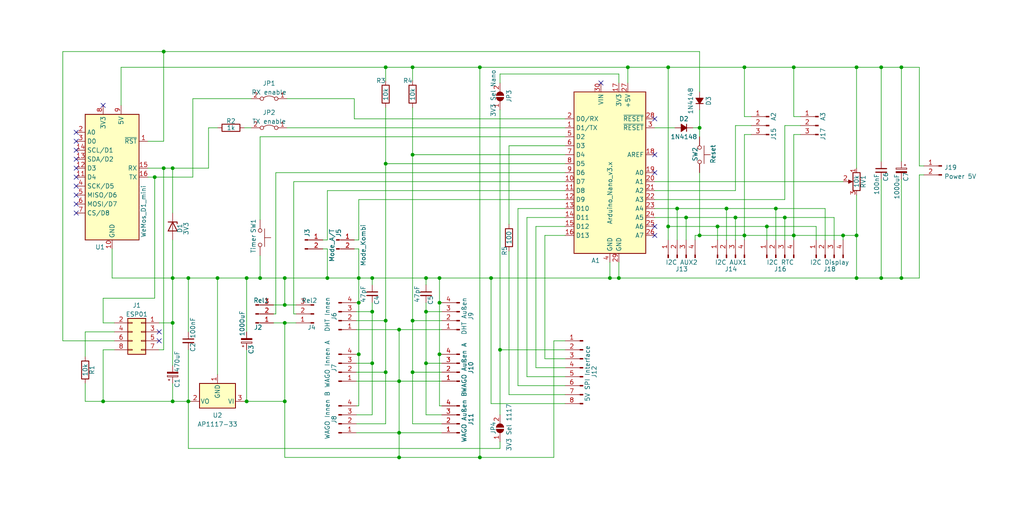
<source format=kicad_sch>
(kicad_sch (version 20211123) (generator eeschema)
  (paper "User" 289.992 145.009)
  (title_block (title "Arduino Nano Universal Board") (date "2022-09-04") (rev "1.6") (company "PULSE"))
  (lib_symbols
    (symbol "Connector:Conn_01x02_Male" (pin_names (offset 1.016) hide)
      (property "Reference" "J" (at 0 2.54 0))
      (property "Value" "Conn_01x02_Male" (at 0 -5.08 0))
      (symbol "Conn_01x02_Male_1_1"
        (polyline (pts (xy 1.27 -2.54) (xy 0.8636 -2.54)) (stroke (width 0.1524)))
        (polyline (pts (xy 1.27 0) (xy 0.8636 0)) (stroke (width 0.1524)))
        (rectangle (start 0.8636 -2.413) (end 0 -2.667) (stroke (width 0.1524)) (fill (type outline)))
        (rectangle (start 0.8636 0.127) (end 0 -0.127) (stroke (width 0.1524)) (fill (type outline)))
        (pin passive line (at 5.08 0 180) (length 3.81) (name "Pin_1") (number "1"))
        (pin passive line (at 5.08 -2.54 180) (length 3.81) (name "Pin_2") (number "2"))
      )
    )
    (symbol "Connector:Conn_01x03_Male" (pin_names (offset 1.016) hide)
      (property "Reference" "J" (at 0 5.08 0))
      (property "Value" "Conn_01x03_Male" (at 0 -5.08 0))
      (symbol "Conn_01x03_Male_1_1"
        (polyline (pts (xy 1.27 -2.54) (xy 0.8636 -2.54)) (stroke (width 0.1524)))
        (polyline (pts (xy 1.27 0) (xy 0.8636 0)) (stroke (width 0.1524)))
        (polyline (pts (xy 1.27 2.54) (xy 0.8636 2.54)) (stroke (width 0.1524)))
        (rectangle (start 0.8636 -2.413) (end 0 -2.667) (stroke (width 0.1524)) (fill (type outline)))
        (rectangle (start 0.8636 0.127) (end 0 -0.127) (stroke (width 0.1524)) (fill (type outline)))
        (rectangle (start 0.8636 2.667) (end 0 2.413) (stroke (width 0.1524)) (fill (type outline)))
        (pin passive line (at 5.08 2.54 180) (length 3.81) (name "Pin_1") (number "1"))
        (pin passive line (at 5.08 0 180) (length 3.81) (name "Pin_2") (number "2"))
        (pin passive line (at 5.08 -2.54 180) (length 3.81) (name "Pin_3") (number "3"))
      )
    )
    (symbol "Connector:Conn_01x04_Male" (pin_names (offset 1.016) hide)
      (property "Reference" "J" (at 0 5.08 0))
      (property "Value" "Conn_01x04_Male" (at 0 -7.62 0))
      (symbol "Conn_01x04_Male_1_1"
        (polyline (pts (xy 1.27 -5.08) (xy 0.8636 -5.08)) (stroke (width 0.1524)))
        (polyline (pts (xy 1.27 -2.54) (xy 0.8636 -2.54)) (stroke (width 0.1524)))
        (polyline (pts (xy 1.27 0) (xy 0.8636 0)) (stroke (width 0.1524)))
        (polyline (pts (xy 1.27 2.54) (xy 0.8636 2.54)) (stroke (width 0.1524)))
        (rectangle (start 0.8636 -4.953) (end 0 -5.207) (stroke (width 0.1524)) (fill (type outline)))
        (rectangle (start 0.8636 -2.413) (end 0 -2.667) (stroke (width 0.1524)) (fill (type outline)))
        (rectangle (start 0.8636 0.127) (end 0 -0.127) (stroke (width 0.1524)) (fill (type outline)))
        (rectangle (start 0.8636 2.667) (end 0 2.413) (stroke (width 0.1524)) (fill (type outline)))
        (pin passive line (at 5.08 2.54 180) (length 3.81) (name "Pin_1") (number "1"))
        (pin passive line (at 5.08 0 180) (length 3.81) (name "Pin_2") (number "2"))
        (pin passive line (at 5.08 -2.54 180) (length 3.81) (name "Pin_3") (number "3"))
        (pin passive line (at 5.08 -5.08 180) (length 3.81) (name "Pin_4") (number "4"))
      )
    )
    (symbol "Connector:Conn_01x08_Male" (pin_names (offset 1.016) hide)
      (property "Reference" "J" (at 0 10.16 0))
      (property "Value" "Conn_01x08_Male" (at 0 -12.7 0))
      (symbol "Conn_01x08_Male_1_1"
        (polyline (pts (xy 1.27 -10.16) (xy 0.8636 -10.16)) (stroke (width 0.1524)))
        (polyline (pts (xy 1.27 -7.62) (xy 0.8636 -7.62)) (stroke (width 0.1524)))
        (polyline (pts (xy 1.27 -5.08) (xy 0.8636 -5.08)) (stroke (width 0.1524)))
        (polyline (pts (xy 1.27 -2.54) (xy 0.8636 -2.54)) (stroke (width 0.1524)))
        (polyline (pts (xy 1.27 0) (xy 0.8636 0)) (stroke (width 0.1524)))
        (polyline (pts (xy 1.27 2.54) (xy 0.8636 2.54)) (stroke (width 0.1524)))
        (polyline (pts (xy 1.27 5.08) (xy 0.8636 5.08)) (stroke (width 0.1524)))
        (polyline (pts (xy 1.27 7.62) (xy 0.8636 7.62)) (stroke (width 0.1524)))
        (rectangle (start 0.8636 -10.033) (end 0 -10.287) (stroke (width 0.1524)) (fill (type outline)))
        (rectangle (start 0.8636 -7.493) (end 0 -7.747) (stroke (width 0.1524)) (fill (type outline)))
        (rectangle (start 0.8636 -4.953) (end 0 -5.207) (stroke (width 0.1524)) (fill (type outline)))
        (rectangle (start 0.8636 -2.413) (end 0 -2.667) (stroke (width 0.1524)) (fill (type outline)))
        (rectangle (start 0.8636 0.127) (end 0 -0.127) (stroke (width 0.1524)) (fill (type outline)))
        (rectangle (start 0.8636 2.667) (end 0 2.413) (stroke (width 0.1524)) (fill (type outline)))
        (rectangle (start 0.8636 5.207) (end 0 4.953) (stroke (width 0.1524)) (fill (type outline)))
        (rectangle (start 0.8636 7.747) (end 0 7.493) (stroke (width 0.1524)) (fill (type outline)))
        (pin passive line (at 5.08 7.62 180) (length 3.81) (name "Pin_1") (number "1"))
        (pin passive line (at 5.08 5.08 180) (length 3.81) (name "Pin_2") (number "2"))
        (pin passive line (at 5.08 2.54 180) (length 3.81) (name "Pin_3") (number "3"))
        (pin passive line (at 5.08 0 180) (length 3.81) (name "Pin_4") (number "4"))
        (pin passive line (at 5.08 -2.54 180) (length 3.81) (name "Pin_5") (number "5"))
        (pin passive line (at 5.08 -5.08 180) (length 3.81) (name "Pin_6") (number "6"))
        (pin passive line (at 5.08 -7.62 180) (length 3.81) (name "Pin_7") (number "7"))
        (pin passive line (at 5.08 -10.16 180) (length 3.81) (name "Pin_8") (number "8"))
      )
    )
    (symbol "Connector_Generic:Conn_02x04_Odd_Even" (pin_names (offset 1.016) hide)
      (property "Reference" "J" (at 1.27 5.08 0))
      (property "Value" "Conn_02x04_Odd_Even" (at 1.27 -7.62 0))
      (symbol "Conn_02x04_Odd_Even_1_1"
        (rectangle (start -1.27 -4.953) (end 0 -5.207) (stroke (width 0.1524)))
        (rectangle (start -1.27 -2.413) (end 0 -2.667) (stroke (width 0.1524)))
        (rectangle (start -1.27 0.127) (end 0 -0.127) (stroke (width 0.1524)))
        (rectangle (start -1.27 2.667) (end 0 2.413) (stroke (width 0.1524)))
        (rectangle (start -1.27 3.81) (end 3.81 -6.35) (stroke (width 0.254)) (fill (type background)))
        (rectangle (start 3.81 -4.953) (end 2.54 -5.207) (stroke (width 0.1524)))
        (rectangle (start 3.81 -2.413) (end 2.54 -2.667) (stroke (width 0.1524)))
        (rectangle (start 3.81 0.127) (end 2.54 -0.127) (stroke (width 0.1524)))
        (rectangle (start 3.81 2.667) (end 2.54 2.413) (stroke (width 0.1524)))
        (pin passive line (at -5.08 2.54 0) (length 3.81) (name "Pin_1") (number "1"))
        (pin passive line (at 7.62 2.54 180) (length 3.81) (name "Pin_2") (number "2"))
        (pin passive line (at -5.08 0 0) (length 3.81) (name "Pin_3") (number "3"))
        (pin passive line (at 7.62 0 180) (length 3.81) (name "Pin_4") (number "4"))
        (pin passive line (at -5.08 -2.54 0) (length 3.81) (name "Pin_5") (number "5"))
        (pin passive line (at 7.62 -2.54 180) (length 3.81) (name "Pin_6") (number "6"))
        (pin passive line (at -5.08 -5.08 0) (length 3.81) (name "Pin_7") (number "7"))
        (pin passive line (at 7.62 -5.08 180) (length 3.81) (name "Pin_8") (number "8"))
      )
    )
    (symbol "Device:C_Polarized_Small" (pin_numbers hide) (pin_names (offset 0.254) hide)
      (property "Reference" "C" (at 0.254 1.778 0))
      (property "Value" "C_Polarized_Small" (at 0.254 -2.032 0))
      (symbol "C_Polarized_Small_0_1"
        (rectangle (start -1.524 -0.3048) (end 1.524 -0.6858) (fill (type outline)))
        (rectangle (start -1.524 0.6858) (end 1.524 0.3048))
        (polyline (pts (xy -1.27 1.524) (xy -0.762 1.524)))
        (polyline (pts (xy -1.016 1.27) (xy -1.016 1.778)))
      )
      (symbol "C_Polarized_Small_1_1"
        (pin passive line (at 0 2.54 270) (length 1.8542) (name "~") (number "1"))
        (pin passive line (at 0 -2.54 90) (length 1.8542) (name "~") (number "2"))
      )
    )
    (symbol "Device:C_Small" (pin_numbers hide) (pin_names (offset 0.254) hide)
      (property "Reference" "C" (at 0.254 1.778 0))
      (property "Value" "C_Small" (at 0.254 -2.032 0))
      (symbol "C_Small_0_1"
        (polyline (pts (xy -1.524 -0.508) (xy 1.524 -0.508)) (stroke (width 0.3302)))
        (polyline (pts (xy -1.524 0.508) (xy 1.524 0.508)) (stroke (width 0.3048)))
      )
      (symbol "C_Small_1_1"
        (pin passive line (at 0 2.54 270) (length 2.032) (name "~") (number "1"))
        (pin passive line (at 0 -2.54 90) (length 2.032) (name "~") (number "2"))
      )
    )
    (symbol "Device:D_Small_Filled" (pin_numbers hide) (pin_names (offset 0.254) hide)
      (property "Reference" "D" (at -1.27 2.032 0))
      (property "Value" "D_Small_Filled" (at -3.81 -2.032 0))
      (symbol "D_Small_Filled_0_1"
        (polyline (pts (xy -0.762 -1.016) (xy -0.762 1.016)) (stroke (width 0.254)))
        (polyline (pts (xy -0.762 0) (xy 0.762 0)))
        (polyline (pts (xy 0.762 -1.016) (xy -0.762 0) (xy 0.762 1.016) (xy 0.762 -1.016)) (stroke (width 0.254)) (fill (type outline)))
      )
      (symbol "D_Small_Filled_1_1"
        (pin passive line (at -2.54 0 0) (length 1.778) (name "K") (number "1"))
        (pin passive line (at 2.54 0 180) (length 1.778) (name "A") (number "2"))
      )
    )
    (symbol "Device:R" (pin_numbers hide) (pin_names (offset 0))
      (property "Reference" "R" (at 2.032 0 90))
      (property "Value" "R" (at 0 0 90))
      (symbol "R_0_1"
        (rectangle (start -1.016 -2.54) (end 1.016 2.54) (stroke (width 0.254)))
      )
      (symbol "R_1_1"
        (pin passive line (at 0 3.81 270) (length 1.27) (name "~") (number "1"))
        (pin passive line (at 0 -3.81 90) (length 1.27) (name "~") (number "2"))
      )
    )
    (symbol "Device:R_Potentiometer" (pin_names (offset 1.016) hide)
      (property "Reference" "RV" (at -4.445 0 90))
      (property "Value" "R_Potentiometer" (at -2.54 0 90))
      (symbol "R_Potentiometer_0_1"
        (polyline (pts (xy 2.54 0) (xy 1.524 0)))
        (polyline (pts (xy 1.143 0) (xy 2.286 0.508) (xy 2.286 -0.508) (xy 1.143 0)) (fill (type outline)))
        (rectangle (start 1.016 2.54) (end -1.016 -2.54) (stroke (width 0.254)))
      )
      (symbol "R_Potentiometer_1_1"
        (pin passive line (at 0 3.81 270) (length 1.27) (name "1") (number "1"))
        (pin passive line (at 3.81 0 180) (length 1.27) (name "2") (number "2"))
        (pin passive line (at 0 -3.81 90) (length 1.27) (name "3") (number "3"))
      )
    )
    (symbol "Diode:BZV55B3V3" (pin_numbers hide) (pin_names hide)
      (property "Reference" "D" (at 0 2.54 0))
      (property "Value" "BZV55B3V3" (at 0 -2.54 0))
      (symbol "BZV55B3V3_0_1"
        (polyline (pts (xy 1.27 0) (xy -1.27 0)))
        (polyline (pts (xy -1.27 -1.27) (xy -1.27 1.27) (xy -0.762 1.27)) (stroke (width 0.254)))
        (polyline (pts (xy 1.27 -1.27) (xy 1.27 1.27) (xy -1.27 0) (xy 1.27 -1.27)) (stroke (width 0.254)))
      )
      (symbol "BZV55B3V3_1_1"
        (pin passive line (at -3.81 0 0) (length 2.54) (name "K") (number "1"))
        (pin passive line (at 3.81 0 180) (length 2.54) (name "A") (number "2"))
      )
    )
    (symbol "Jumper:Jumper_2_Bridged" (pin_names (offset 0) hide)
      (property "Reference" "JP" (at 0 1.905 0))
      (property "Value" "Jumper_2_Bridged" (at 0 -2.54 0))
      (symbol "Jumper_2_Bridged_0_0"
        (circle (center -2.032 0) (radius 0.508))
        (circle (center 2.032 0) (radius 0.508))
      )
      (symbol "Jumper_2_Bridged_0_1"
        (arc (start 1.524 0.254) (mid 0 0.762) (end -1.524 0.254))
      )
      (symbol "Jumper_2_Bridged_1_1"
        (pin passive line (at -5.08 0 0) (length 2.54) (name "A") (number "1"))
        (pin passive line (at 5.08 0 180) (length 2.54) (name "B") (number "2"))
      )
    )
    (symbol "Jumper:SolderJumper_2_Open" (pin_names (offset 0) hide)
      (property "Reference" "JP" (at 0 2.032 0))
      (property "Value" "SolderJumper_2_Open" (at 0 -2.54 0))
      (symbol "SolderJumper_2_Open_0_1"
        (arc (start -0.254 1.016) (mid -1.27 0) (end -0.254 -1.016))
        (arc (start -0.254 1.016) (mid -1.27 0) (end -0.254 -1.016) (fill (type outline)))
        (polyline (pts (xy -0.254 1.016) (xy -0.254 -1.016)))
        (polyline (pts (xy 0.254 1.016) (xy 0.254 -1.016)))
        (arc (start 0.254 -1.016) (mid 1.27 0) (end 0.254 1.016))
        (arc (start 0.254 -1.016) (mid 1.27 0) (end 0.254 1.016) (fill (type outline)))
      )
      (symbol "SolderJumper_2_Open_1_1"
        (pin passive line (at -3.81 0 0) (length 2.54) (name "A") (number "1"))
        (pin passive line (at 3.81 0 180) (length 2.54) (name "B") (number "2"))
      )
    )
    (symbol "MCU_Module:Arduino_Nano_v3.x"
      (property "Reference" "A" (at -10.16 23.495 0))
      (property "Value" "Arduino_Nano_v3.x" (at 5.08 -24.13 0))
      (symbol "Arduino_Nano_v3.x_0_1"
        (rectangle (start -10.16 22.86) (end 10.16 -22.86) (stroke (width 0.254)) (fill (type background)))
      )
      (symbol "Arduino_Nano_v3.x_1_1"
        (pin bidirectional line (at -12.7 12.7 0) (length 2.54) (name "D1/TX") (number "1"))
        (pin bidirectional line (at -12.7 -2.54 0) (length 2.54) (name "D7") (number "10"))
        (pin bidirectional line (at -12.7 -5.08 0) (length 2.54) (name "D8") (number "11"))
        (pin bidirectional line (at -12.7 -7.62 0) (length 2.54) (name "D9") (number "12"))
        (pin bidirectional line (at -12.7 -10.16 0) (length 2.54) (name "D10") (number "13"))
        (pin bidirectional line (at -12.7 -12.7 0) (length 2.54) (name "D11") (number "14"))
        (pin bidirectional line (at -12.7 -15.24 0) (length 2.54) (name "D12") (number "15"))
        (pin bidirectional line (at -12.7 -17.78 0) (length 2.54) (name "D13") (number "16"))
        (pin power_out line (at 2.54 25.4 270) (length 2.54) (name "3V3") (number "17"))
        (pin input line (at 12.7 5.08 180) (length 2.54) (name "AREF") (number "18"))
        (pin bidirectional line (at 12.7 0 180) (length 2.54) (name "A0") (number "19"))
        (pin bidirectional line (at -12.7 15.24 0) (length 2.54) (name "D0/RX") (number "2"))
        (pin bidirectional line (at 12.7 -2.54 180) (length 2.54) (name "A1") (number "20"))
        (pin bidirectional line (at 12.7 -5.08 180) (length 2.54) (name "A2") (number "21"))
        (pin bidirectional line (at 12.7 -7.62 180) (length 2.54) (name "A3") (number "22"))
        (pin bidirectional line (at 12.7 -10.16 180) (length 2.54) (name "A4") (number "23"))
        (pin bidirectional line (at 12.7 -12.7 180) (length 2.54) (name "A5") (number "24"))
        (pin bidirectional line (at 12.7 -15.24 180) (length 2.54) (name "A6") (number "25"))
        (pin bidirectional line (at 12.7 -17.78 180) (length 2.54) (name "A7") (number "26"))
        (pin power_out line (at 5.08 25.4 270) (length 2.54) (name "+5V") (number "27"))
        (pin input line (at 12.7 15.24 180) (length 2.54) (name "~{RESET}") (number "28"))
        (pin power_in line (at 2.54 -25.4 90) (length 2.54) (name "GND") (number "29"))
        (pin input line (at 12.7 12.7 180) (length 2.54) (name "~{RESET}") (number "3"))
        (pin power_in line (at -2.54 25.4 270) (length 2.54) (name "VIN") (number "30"))
        (pin power_in line (at 0 -25.4 90) (length 2.54) (name "GND") (number "4"))
        (pin bidirectional line (at -12.7 10.16 0) (length 2.54) (name "D2") (number "5"))
        (pin bidirectional line (at -12.7 7.62 0) (length 2.54) (name "D3") (number "6"))
        (pin bidirectional line (at -12.7 5.08 0) (length 2.54) (name "D4") (number "7"))
        (pin bidirectional line (at -12.7 2.54 0) (length 2.54) (name "D5") (number "8"))
        (pin bidirectional line (at -12.7 0 0) (length 2.54) (name "D6") (number "9"))
      )
    )
    (symbol "MCU_Module:WeMos_D1_mini"
      (property "Reference" "U" (at 3.81 19.05 0))
      (property "Value" "WeMos_D1_mini" (at 1.27 -19.05 0))
      (symbol "WeMos_D1_mini_1_1"
        (rectangle (start -7.62 17.78) (end 7.62 -17.78) (stroke (width 0.254)) (fill (type background)))
        (pin input line (at -10.16 10.16 0) (length 2.54) (name "~{RST}") (number "1"))
        (pin power_in line (at 0 -20.32 90) (length 2.54) (name "GND") (number "10"))
        (pin bidirectional line (at 10.16 0 180) (length 2.54) (name "D4") (number "11"))
        (pin bidirectional line (at 10.16 2.54 180) (length 2.54) (name "D3") (number "12"))
        (pin bidirectional line (at 10.16 5.08 180) (length 2.54) (name "SDA/D2") (number "13"))
        (pin bidirectional line (at 10.16 7.62 180) (length 2.54) (name "SCL/D1") (number "14"))
        (pin input line (at -10.16 2.54 0) (length 2.54) (name "RX") (number "15"))
        (pin output line (at -10.16 0 0) (length 2.54) (name "TX") (number "16"))
        (pin input line (at 10.16 12.7 180) (length 2.54) (name "A0") (number "2"))
        (pin bidirectional line (at 10.16 10.16 180) (length 2.54) (name "D0") (number "3"))
        (pin bidirectional line (at 10.16 -2.54 180) (length 2.54) (name "SCK/D5") (number "4"))
        (pin bidirectional line (at 10.16 -5.08 180) (length 2.54) (name "MISO/D6") (number "5"))
        (pin bidirectional line (at 10.16 -7.62 180) (length 2.54) (name "MOSI/D7") (number "6"))
        (pin bidirectional line (at 10.16 -10.16 180) (length 2.54) (name "CS/D8") (number "7"))
        (pin power_out line (at 2.54 20.32 270) (length 2.54) (name "3V3") (number "8"))
        (pin power_in line (at -2.54 20.32 270) (length 2.54) (name "5V") (number "9"))
      )
    )
    (symbol "Regulator_Linear:AP1117-33" (pin_names (offset 0.254))
      (property "Reference" "U" (at -3.81 3.175 0))
      (property "Value" "AP1117-33" (at 0 3.175 0))
      (symbol "AP1117-33_0_1"
        (rectangle (start -5.08 -5.08) (end 5.08 1.905) (stroke (width 0.254)) (fill (type background)))
      )
      (symbol "AP1117-33_1_1"
        (pin power_in line (at 0 -7.62 90) (length 2.54) (name "GND") (number "1"))
        (pin power_out line (at 7.62 0 180) (length 2.54) (name "VO") (number "2"))
        (pin power_in line (at -7.62 0 0) (length 2.54) (name "VI") (number "3"))
      )
    )
    (symbol "Switch:SW_Push" (pin_numbers hide) (pin_names (offset 1.016) hide)
      (property "Reference" "SW" (at 1.27 2.54 0))
      (property "Value" "SW_Push" (at 0 -1.524 0))
      (symbol "SW_Push_0_1"
        (circle (center -2.032 0) (radius 0.508))
        (polyline (pts (xy 0 1.27) (xy 0 3.048)))
        (polyline (pts (xy 2.54 1.27) (xy -2.54 1.27)))
        (circle (center 2.032 0) (radius 0.508))
        (pin passive line (at -5.08 0 0) (length 2.54) (name "1") (number "1"))
        (pin passive line (at 5.08 0 180) (length 2.54) (name "2") (number "2"))
      )
    )
  )
  (junction (at 203.2 64.135))
  (junction (at 175.26 78.74))
  (junction (at 105.41 102.87))
  (junction (at 29.21 113.665))
  (junction (at 255.27 19.05))
  (junction (at 113.03 107.95))
  (junction (at 242.57 66.675))
  (junction (at 124.46 78.74))
  (junction (at 219.71 59.055))
  (junction (at 80.645 91.44))
  (junction (at 43.815 50.165))
  (junction (at 224.79 19.05))
  (junction (at 46.355 14.605))
  (junction (at 116.84 43.815))
  (junction (at 224.79 66.675))
  (junction (at 141.605 99.06))
  (junction (at 73.66 78.74))
  (junction (at 255.27 78.74))
  (junction (at 48.895 113.665))
  (junction (at 177.8 19.05))
  (junction (at 205.74 59.055))
  (junction (at 80.645 86.36))
  (junction (at 116.84 90.805))
  (junction (at 198.12 36.195))
  (junction (at 210.82 19.05))
  (junction (at 48.895 78.74))
  (junction (at 135.89 129.54))
  (junction (at 208.28 61.595))
  (junction (at 116.84 105.41))
  (junction (at 116.84 19.05))
  (junction (at 113.03 93.345))
  (junction (at 124.46 85.725))
  (junction (at 101.6 85.725))
  (junction (at 249.555 78.74))
  (junction (at 53.34 78.74))
  (junction (at 109.22 46.355))
  (junction (at 69.85 78.74))
  (junction (at 109.22 19.05))
  (junction (at 124.46 100.33))
  (junction (at 113.03 129.54))
  (junction (at 135.89 19.05))
  (junction (at 191.77 59.055))
  (junction (at 61.595 78.74))
  (junction (at 120.65 88.265))
  (junction (at 242.57 19.05))
  (junction (at 222.25 61.595))
  (junction (at 210.82 66.675))
  (junction (at 113.03 122.555))
  (junction (at 139.065 78.74))
  (junction (at 109.22 90.805))
  (junction (at 53.34 113.665))
  (junction (at 101.6 100.33))
  (junction (at 105.41 78.74))
  (junction (at 105.41 88.265))
  (junction (at 92.71 78.74))
  (junction (at 69.85 113.665))
  (junction (at 46.355 47.625))
  (junction (at 172.72 78.74))
  (junction (at 120.65 78.74))
  (junction (at 120.65 102.87))
  (junction (at 242.57 78.74))
  (junction (at 48.895 47.625))
  (junction (at 194.31 61.595))
  (junction (at 101.6 78.74))
  (junction (at 189.23 19.05))
  (junction (at 198.12 66.675))
  (junction (at 109.22 105.41))
  (junction (at 48.895 91.44))
  (junction (at 249.555 19.05))
  (junction (at 238.76 66.675))
  (junction (at 217.17 64.135))
  (junction (at 80.645 113.665))
  (junction (at 189.23 64.135))
  (junction (at 80.645 78.74))
  (no_connect (at 45.085 93.98))
  (no_connect (at 45.085 96.52))
  (no_connect (at 185.42 33.655))
  (no_connect (at 185.42 43.815))
  (no_connect (at 170.18 23.495))
  (no_connect (at 21.59 55.245))
  (no_connect (at 21.59 57.785))
  (no_connect (at 21.59 60.325))
  (no_connect (at 21.59 52.705))
  (no_connect (at 21.59 50.165))
  (no_connect (at 29.21 29.845))
  (no_connect (at 21.59 45.085))
  (no_connect (at 21.59 47.625))
  (no_connect (at 21.59 37.465))
  (no_connect (at 21.59 40.005))
  (no_connect (at 21.59 42.545))
  (no_connect (at 185.42 66.675))
  (no_connect (at 185.42 64.135))
  (no_connect (at 185.42 48.895))
  (wire (pts (xy 242.57 66.675) (xy 242.57 78.74)))
  (wire (pts (xy 139.065 78.74) (xy 139.065 114.3)))
  (wire (pts (xy 29.21 84.455) (xy 29.21 91.44)))
  (wire (pts (xy 144.145 111.76) (xy 160.02 111.76)))
  (wire (pts (xy 59.055 36.195) (xy 59.055 47.625)))
  (wire (pts (xy 109.22 30.48) (xy 109.22 46.355)))
  (wire (pts (xy 189.23 67.945) (xy 189.23 64.135)))
  (wire (pts (xy 69.85 113.665) (xy 69.215 113.665)))
  (wire (pts (xy 198.12 36.195) (xy 198.12 38.735)))
  (wire (pts (xy 116.84 43.815) (xy 116.84 90.805)))
  (wire (pts (xy 91.44 67.945) (xy 92.71 67.945)))
  (wire (pts (xy 160.02 51.435) (xy 83.185 51.435)))
  (wire (pts (xy 101.6 100.33) (xy 100.965 100.33)))
  (wire (pts (xy 92.71 70.485) (xy 92.71 78.74)))
  (wire (pts (xy 185.42 36.195) (xy 191.135 36.195)))
  (wire (pts (xy 69.85 78.74) (xy 73.66 78.74)))
  (wire (pts (xy 124.46 100.33) (xy 124.46 114.935)))
  (wire (pts (xy 189.23 64.135) (xy 203.2 64.135)))
  (wire (pts (xy 141.605 20.955) (xy 141.605 23.495)))
  (wire (pts (xy 151.765 64.135) (xy 160.02 64.135)))
  (wire (pts (xy 205.74 59.055) (xy 205.74 67.945)))
  (wire (pts (xy 46.355 14.605) (xy 46.355 40.005)))
  (wire (pts (xy 113.03 107.95) (xy 100.965 107.95)))
  (wire (pts (xy 125.095 88.265) (xy 120.65 88.265)))
  (wire (pts (xy 198.12 14.605) (xy 46.355 14.605)))
  (wire (pts (xy 185.42 59.055) (xy 191.77 59.055)))
  (wire (pts (xy 224.79 66.675) (xy 224.79 67.945)))
  (wire (pts (xy 120.65 102.87) (xy 120.65 117.475)))
  (wire (pts (xy 69.85 78.74) (xy 69.85 93.98)))
  (wire (pts (xy 116.84 30.48) (xy 116.84 43.815)))
  (wire (pts (xy 160.02 33.655) (xy 100.33 33.655)))
  (wire (pts (xy 80.645 91.44) (xy 80.645 113.665)))
  (wire (pts (xy 141.605 20.955) (xy 175.26 20.955)))
  (wire (pts (xy 92.71 78.74) (xy 80.645 78.74)))
  (wire (pts (xy 260.35 78.74) (xy 255.27 78.74)))
  (wire (pts (xy 109.22 19.05) (xy 109.22 22.86)))
  (wire (pts (xy 105.41 78.74) (xy 120.65 78.74)))
  (wire (pts (xy 46.355 40.005) (xy 41.91 40.005)))
  (wire (pts (xy 120.65 88.265) (xy 120.65 102.87)))
  (wire (pts (xy 116.84 90.805) (xy 116.84 105.41)))
  (wire (pts (xy 198.12 26.035) (xy 198.12 14.605)))
  (wire (pts (xy 48.895 91.44) (xy 48.895 103.505)))
  (wire (pts (xy 160.02 101.6) (xy 154.305 101.6)))
  (wire (pts (xy 80.645 113.665) (xy 80.645 129.54)))
  (wire (pts (xy 109.22 19.05) (xy 34.29 19.05)))
  (wire (pts (xy 261.62 46.99) (xy 260.35 46.99)))
  (wire (pts (xy 116.84 19.05) (xy 116.84 22.86)))
  (wire (pts (xy 172.72 74.295) (xy 172.72 78.74)))
  (wire (pts (xy 100.33 27.94) (xy 81.28 27.94)))
  (wire (pts (xy 83.185 88.9) (xy 83.82 88.9)))
  (wire (pts (xy 109.22 90.805) (xy 100.965 90.805)))
  (wire (pts (xy 120.65 102.87) (xy 125.095 102.87)))
  (wire (pts (xy 242.57 19.05) (xy 224.79 19.05)))
  (wire (pts (xy 212.725 35.56) (xy 208.28 35.56)))
  (wire (pts (xy 224.79 66.675) (xy 238.76 66.675)))
  (wire (pts (xy 210.82 38.1) (xy 210.82 66.675)))
  (wire (pts (xy 222.25 35.56) (xy 226.695 35.56)))
  (wire (pts (xy 83.185 51.435) (xy 83.185 88.9)))
  (wire (pts (xy 260.35 49.53) (xy 260.35 78.74)))
  (wire (pts (xy 80.645 113.665) (xy 69.85 113.665)))
  (wire (pts (xy 160.02 36.195) (xy 81.28 36.195)))
  (wire (pts (xy 141.605 125.095) (xy 141.605 127)))
  (wire (pts (xy 109.22 90.805) (xy 109.22 105.41)))
  (wire (pts (xy 54.61 27.94) (xy 54.61 50.165)))
  (wire (pts (xy 210.82 66.675) (xy 210.82 67.945)))
  (wire (pts (xy 233.68 59.055) (xy 219.71 59.055)))
  (wire (pts (xy 185.42 51.435) (xy 238.76 51.435)))
  (wire (pts (xy 100.965 120.015) (xy 109.22 120.015)))
  (wire (pts (xy 135.89 19.05) (xy 135.89 129.54)))
  (wire (pts (xy 46.355 99.06) (xy 46.355 47.625)))
  (wire (pts (xy 83.82 86.36) (xy 80.645 86.36)))
  (wire (pts (xy 222.25 61.595) (xy 222.25 67.945)))
  (wire (pts (xy 78.105 48.895) (xy 78.105 88.9)))
  (wire (pts (xy 29.21 113.665) (xy 48.895 113.665)))
  (wire (pts (xy 48.895 47.625) (xy 48.895 60.325)))
  (wire (pts (xy 113.03 129.54) (xy 135.89 129.54)))
  (wire (pts (xy 91.44 70.485) (xy 92.71 70.485)))
  (wire (pts (xy 249.555 19.05) (xy 242.57 19.05)))
  (wire (pts (xy 31.75 70.485) (xy 31.75 78.74)))
  (wire (pts (xy 260.35 46.99) (xy 260.35 19.05)))
  (wire (pts (xy 116.84 105.41) (xy 125.095 105.41)))
  (wire (pts (xy 101.6 114.935) (xy 100.965 114.935)))
  (wire (pts (xy 210.82 33.02) (xy 210.82 19.05)))
  (wire (pts (xy 238.76 66.675) (xy 238.76 67.945)))
  (wire (pts (xy 191.77 59.055) (xy 205.74 59.055)))
  (wire (pts (xy 92.71 67.945) (xy 92.71 53.975)))
  (wire (pts (xy 46.355 47.625) (xy 48.895 47.625)))
  (wire (pts (xy 222.25 61.595) (xy 236.22 61.595)))
  (wire (pts (xy 101.6 67.945) (xy 101.6 56.515)))
  (wire (pts (xy 24.13 93.98) (xy 32.385 93.98)))
  (wire (pts (xy 198.12 48.895) (xy 198.12 66.675)))
  (wire (pts (xy 124.46 100.33) (xy 125.095 100.33)))
  (wire (pts (xy 231.14 64.135) (xy 217.17 64.135)))
  (wire (pts (xy 210.82 19.05) (xy 189.23 19.05)))
  (wire (pts (xy 224.79 19.05) (xy 210.82 19.05)))
  (wire (pts (xy 189.23 19.05) (xy 177.8 19.05)))
  (wire (pts (xy 154.305 66.675) (xy 160.02 66.675)))
  (wire (pts (xy 124.46 78.74) (xy 124.46 85.725)))
  (wire (pts (xy 113.03 107.95) (xy 113.03 122.555)))
  (wire (pts (xy 120.65 117.475) (xy 125.095 117.475)))
  (wire (pts (xy 135.89 19.05) (xy 177.8 19.05)))
  (wire (pts (xy 196.85 67.945) (xy 196.85 66.675)))
  (wire (pts (xy 231.14 64.135) (xy 231.14 67.945)))
  (wire (pts (xy 105.41 88.265) (xy 105.41 102.87)))
  (wire (pts (xy 54.61 50.165) (xy 43.815 50.165)))
  (wire (pts (xy 109.22 19.05) (xy 116.84 19.05)))
  (wire (pts (xy 24.13 93.98) (xy 24.13 100.965)))
  (wire (pts (xy 61.595 78.74) (xy 61.595 106.045)))
  (wire (pts (xy 224.79 38.1) (xy 226.695 38.1)))
  (wire (pts (xy 61.595 78.74) (xy 53.34 78.74)))
  (wire (pts (xy 238.76 66.675) (xy 242.57 66.675)))
  (wire (pts (xy 255.27 19.05) (xy 260.35 19.05)))
  (wire (pts (xy 224.79 33.02) (xy 224.79 19.05)))
  (wire (pts (xy 212.725 38.1) (xy 210.82 38.1)))
  (wire (pts (xy 139.065 78.74) (xy 172.72 78.74)))
  (wire (pts (xy 43.815 50.165) (xy 41.91 50.165)))
  (wire (pts (xy 71.12 36.195) (xy 69.215 36.195)))
  (wire (pts (xy 100.965 105.41) (xy 109.22 105.41)))
  (wire (pts (xy 105.41 117.475) (xy 100.965 117.475)))
  (wire (pts (xy 101.6 85.725) (xy 101.6 100.33)))
  (wire (pts (xy 34.29 19.05) (xy 34.29 29.845)))
  (wire (pts (xy 105.41 102.87) (xy 100.965 102.87)))
  (wire (pts (xy 120.65 85.725) (xy 120.65 88.265)))
  (wire (pts (xy 73.66 38.735) (xy 73.66 62.23)))
  (wire (pts (xy 105.41 102.87) (xy 105.41 117.475)))
  (wire (pts (xy 116.84 120.015) (xy 125.095 120.015)))
  (wire (pts (xy 29.21 99.06) (xy 29.21 113.665)))
  (wire (pts (xy 116.84 19.05) (xy 135.89 19.05)))
  (wire (pts (xy 141.605 31.115) (xy 141.605 99.06)))
  (wire (pts (xy 43.815 50.165) (xy 43.815 84.455)))
  (wire (pts (xy 31.75 78.74) (xy 48.895 78.74)))
  (wire (pts (xy 101.6 78.74) (xy 105.41 78.74)))
  (wire (pts (xy 160.02 41.275) (xy 144.145 41.275)))
  (wire (pts (xy 160.02 53.975) (xy 92.71 53.975)))
  (wire (pts (xy 144.145 41.275) (xy 144.145 63.5)))
  (wire (pts (xy 210.82 66.675) (xy 224.79 66.675)))
  (wire (pts (xy 141.605 99.06) (xy 160.02 99.06)))
  (wire (pts (xy 242.57 55.245) (xy 242.57 66.675)))
  (wire (pts (xy 226.695 33.02) (xy 224.79 33.02)))
  (wire (pts (xy 78.105 88.9) (xy 77.47 88.9)))
  (wire (pts (xy 217.17 64.135) (xy 217.17 67.945)))
  (wire (pts (xy 48.895 91.44) (xy 45.085 91.44)))
  (wire (pts (xy 109.22 46.355) (xy 109.22 90.805)))
  (wire (pts (xy 156.845 96.52) (xy 156.845 129.54)))
  (wire (pts (xy 80.645 86.36) (xy 77.47 86.36)))
  (wire (pts (xy 191.77 59.055) (xy 191.77 67.945)))
  (wire (pts (xy 146.685 59.055) (xy 160.02 59.055)))
  (wire (pts (xy 100.965 88.265) (xy 105.41 88.265)))
  (wire (pts (xy 32.385 99.06) (xy 29.21 99.06)))
  (wire (pts (xy 80.645 129.54) (xy 113.03 129.54)))
  (wire (pts (xy 41.91 47.625) (xy 46.355 47.625)))
  (wire (pts (xy 124.46 85.725) (xy 124.46 100.33)))
  (wire (pts (xy 146.685 109.22) (xy 146.685 59.055)))
  (wire (pts (xy 46.355 14.605) (xy 17.78 14.605)))
  (wire (pts (xy 73.66 72.39) (xy 73.66 78.74)))
  (wire (pts (xy 113.03 107.95) (xy 125.095 107.95)))
  (wire (pts (xy 198.12 31.115) (xy 198.12 36.195)))
  (wire (pts (xy 208.28 53.975) (xy 185.42 53.975)))
  (wire (pts (xy 124.46 78.74) (xy 139.065 78.74)))
  (wire (pts (xy 24.13 113.665) (xy 29.21 113.665)))
  (wire (pts (xy 185.42 61.595) (xy 194.31 61.595)))
  (wire (pts (xy 105.41 78.74) (xy 105.41 80.645)))
  (wire (pts (xy 255.27 50.8) (xy 255.27 78.74)))
  (wire (pts (xy 120.65 78.74) (xy 120.65 80.645)))
  (wire (pts (xy 189.23 19.05) (xy 189.23 64.135)))
  (wire (pts (xy 80.645 78.74) (xy 80.645 86.36)))
  (wire (pts (xy 212.725 33.02) (xy 210.82 33.02)))
  (wire (pts (xy 160.02 109.22) (xy 146.685 109.22)))
  (wire (pts (xy 116.84 43.815) (xy 160.02 43.815)))
  (wire (pts (xy 116.84 105.41) (xy 116.84 120.015)))
  (wire (pts (xy 203.2 64.135) (xy 203.2 67.945)))
  (wire (pts (xy 172.72 78.74) (xy 175.26 78.74)))
  (wire (pts (xy 222.25 56.515) (xy 222.25 35.56)))
  (wire (pts (xy 160.02 48.895) (xy 78.105 48.895)))
  (wire (pts (xy 17.78 14.605) (xy 17.78 96.52)))
  (wire (pts (xy 260.35 49.53) (xy 261.62 49.53)))
  (wire (pts (xy 53.34 78.74) (xy 53.34 93.98)))
  (wire (pts (xy 242.57 78.74) (xy 175.26 78.74)))
  (wire (pts (xy 156.845 129.54) (xy 135.89 129.54)))
  (wire (pts (xy 120.65 78.74) (xy 124.46 78.74)))
  (wire (pts (xy 144.145 71.12) (xy 144.145 111.76)))
  (wire (pts (xy 29.21 91.44) (xy 32.385 91.44)))
  (wire (pts (xy 194.31 61.595) (xy 194.31 67.945)))
  (wire (pts (xy 24.13 108.585) (xy 24.13 113.665)))
  (wire (pts (xy 48.895 108.585) (xy 48.895 113.665)))
  (wire (pts (xy 113.03 129.54) (xy 113.03 122.555)))
  (wire (pts (xy 125.095 85.725) (xy 124.46 85.725)))
  (wire (pts (xy 124.46 114.935) (xy 125.095 114.935)))
  (wire (pts (xy 83.82 91.44) (xy 80.645 91.44)))
  (wire (pts (xy 100.965 122.555) (xy 113.03 122.555)))
  (wire (pts (xy 101.6 100.33) (xy 101.6 114.935)))
  (wire (pts (xy 236.22 61.595) (xy 236.22 67.945)))
  (wire (pts (xy 69.85 78.74) (xy 61.595 78.74)))
  (wire (pts (xy 105.41 85.725) (xy 105.41 88.265)))
  (wire (pts (xy 219.71 59.055) (xy 205.74 59.055)))
  (wire (pts (xy 101.6 78.74) (xy 101.6 85.725)))
  (wire (pts (xy 48.895 113.665) (xy 53.34 113.665)))
  (wire (pts (xy 53.34 113.665) (xy 53.34 127)))
  (wire (pts (xy 43.815 84.455) (xy 29.21 84.455)))
  (wire (pts (xy 109.22 105.41) (xy 109.22 120.015)))
  (wire (pts (xy 80.645 91.44) (xy 77.47 91.44)))
  (wire (pts (xy 109.22 46.355) (xy 160.02 46.355)))
  (wire (pts (xy 249.555 50.8) (xy 249.555 78.74)))
  (wire (pts (xy 160.02 106.68) (xy 149.225 106.68)))
  (wire (pts (xy 151.765 104.14) (xy 151.765 64.135)))
  (wire (pts (xy 45.085 99.06) (xy 46.355 99.06)))
  (wire (pts (xy 48.895 67.945) (xy 48.895 78.74)))
  (wire (pts (xy 53.975 113.665) (xy 53.34 113.665)))
  (wire (pts (xy 113.03 93.345) (xy 113.03 107.95)))
  (wire (pts (xy 175.26 78.74) (xy 175.26 74.295)))
  (wire (pts (xy 71.12 27.94) (xy 54.61 27.94)))
  (wire (pts (xy 249.555 78.74) (xy 242.57 78.74)))
  (wire (pts (xy 53.34 113.665) (xy 53.34 99.06)))
  (wire (pts (xy 217.17 64.135) (xy 203.2 64.135)))
  (wire (pts (xy 224.79 66.675) (xy 224.79 38.1)))
  (wire (pts (xy 149.225 61.595) (xy 160.02 61.595)))
  (wire (pts (xy 233.68 59.055) (xy 233.68 67.945)))
  (wire (pts (xy 160.02 38.735) (xy 73.66 38.735)))
  (wire (pts (xy 53.34 127) (xy 141.605 127)))
  (wire (pts (xy 149.225 106.68) (xy 149.225 61.595)))
  (wire (pts (xy 249.555 19.05) (xy 249.555 45.72)))
  (wire (pts (xy 154.305 101.6) (xy 154.305 66.675)))
  (wire (pts (xy 139.065 114.3) (xy 160.02 114.3)))
  (wire (pts (xy 100.33 67.945) (xy 101.6 67.945)))
  (wire (pts (xy 113.03 122.555) (xy 125.095 122.555)))
  (wire (pts (xy 17.78 96.52) (xy 32.385 96.52)))
  (wire (pts (xy 194.31 61.595) (xy 208.28 61.595)))
  (wire (pts (xy 101.6 56.515) (xy 160.02 56.515)))
  (wire (pts (xy 125.095 93.345) (xy 113.03 93.345)))
  (wire (pts (xy 101.6 78.74) (xy 92.71 78.74)))
  (wire (pts (xy 48.895 78.74) (xy 48.895 91.44)))
  (wire (pts (xy 196.215 36.195) (xy 198.12 36.195)))
  (wire (pts (xy 101.6 85.725) (xy 100.965 85.725)))
  (wire (pts (xy 208.28 61.595) (xy 222.25 61.595)))
  (wire (pts (xy 100.33 70.485) (xy 101.6 70.485)))
  (wire (pts (xy 59.055 36.195) (xy 61.595 36.195)))
  (wire (pts (xy 196.85 66.675) (xy 198.12 66.675)))
  (wire (pts (xy 100.33 33.655) (xy 100.33 27.94)))
  (wire (pts (xy 255.27 45.72) (xy 255.27 19.05)))
  (wire (pts (xy 185.42 56.515) (xy 222.25 56.515)))
  (wire (pts (xy 69.85 99.06) (xy 69.85 113.665)))
  (wire (pts (xy 125.095 90.805) (xy 116.84 90.805)))
  (wire (pts (xy 160.02 96.52) (xy 156.845 96.52)))
  (wire (pts (xy 255.27 78.74) (xy 249.555 78.74)))
  (wire (pts (xy 53.34 78.74) (xy 48.895 78.74)))
  (wire (pts (xy 198.12 66.675) (xy 210.82 66.675)))
  (wire (pts (xy 208.28 35.56) (xy 208.28 53.975)))
  (wire (pts (xy 48.895 47.625) (xy 59.055 47.625)))
  (wire (pts (xy 208.28 61.595) (xy 208.28 67.945)))
  (wire (pts (xy 242.57 47.625) (xy 242.57 19.05)))
  (wire (pts (xy 255.27 19.05) (xy 249.555 19.05)))
  (wire (pts (xy 177.8 19.05) (xy 177.8 23.495)))
  (wire (pts (xy 73.66 78.74) (xy 80.645 78.74)))
  (wire (pts (xy 160.02 104.14) (xy 151.765 104.14)))
  (wire (pts (xy 175.26 20.955) (xy 175.26 23.495)))
  (wire (pts (xy 113.03 93.345) (xy 100.965 93.345)))
  (wire (pts (xy 101.6 70.485) (xy 101.6 78.74)))
  (wire (pts (xy 141.605 99.06) (xy 141.605 117.475)))
  (wire (pts (xy 219.71 59.055) (xy 219.71 67.945)))
  (symbol (lib_id "Jumper:SolderJumper_2_Open") (at 141.605 121.285 90) (unit 1)
    (property "Reference" "JP4" (at 139.7 119.38 0) (effects (justify right)))
    (property "Value" "3V3 Sel 1117" (at 144.145 114.3 0) (effects (justify right)))
    (property "Footprint" "Jumper:SolderJumper-2_P1.3mm_Open_Pad1.0x1.5mm" (effects hide))
  )
  (symbol (lib_id "Connector:Conn_01x02_Male") (at 95.25 67.945 0) (unit 1)
    (property "Reference" "J5" (at 95.885 64.77 90) (effects (justify right)))
    (property "Value" "Mode_Kombi" (at 102.87 63.5 90) (effects (justify right)))
    (property "Footprint" "Connector_PinHeader_2.54mm:PinHeader_1x02_P2.54mm_Vertical" (effects hide))
  )
  (symbol (lib_id "Connector:Conn_01x03_Male") (at 217.805 35.56 0) (mirror y) (unit 1)
    (property "Reference" "J15" (at 219.075 36.195 90) (effects (justify right)))
    (property "Value" "A2" (at 219.075 31.75 90) (effects (justify right)))
    (property "Footprint" "Connector_PinHeader_2.54mm:PinHeader_1x03_P2.54mm_Vertical" (effects hide))
  )
  (symbol (lib_id "Device:C_Polarized_Small") (at 48.895 106.045 0) (mirror x) (unit 1)
    (property "Reference" "C1" (at 50.165 109.855 90) (effects (justify right)))
    (property "Value" "470uF" (at 50.165 105.41 90) (effects (justify right)))
    (property "Footprint" "Capacitor_THT:CP_Radial_D10.0mm_P5.00mm" (effects hide))
  )
  (symbol (lib_id "Device:R") (at 109.22 26.67 0) (mirror y) (unit 1)
    (property "Reference" "R3" (at 109.22 22.86 0) (effects (justify left)))
    (property "Value" "10k" (at 109.22 28.575 90) (effects (justify left)))
    (property "Footprint" "Resistor_THT:R_Axial_DIN0207_L6.3mm_D2.5mm_P2.54mm_Vertical" (effects hide))
  )
  (symbol (lib_id "Jumper:SolderJumper_2_Open") (at 141.605 27.305 90) (unit 1)
    (property "Reference" "JP3" (at 144.145 25.4 0) (effects (justify right)))
    (property "Value" "3V3 Sel Nano" (at 139.7 19.685 0) (effects (justify right)))
    (property "Footprint" "Jumper:SolderJumper-2_P1.3mm_Open_Pad1.0x1.5mm" (effects hide))
  )
  (symbol (lib_id "Connector:Conn_01x08_Male") (at 165.1 104.14 0) (mirror y) (unit 1)
    (property "Reference" "J12" (at 168.275 103.505 90) (effects (justify right)))
    (property "Value" "5V SPI Interface" (at 166.37 97.79 90) (effects (justify right)))
    (property "Footprint" "Connector_PinHeader_2.54mm:PinHeader_1x08_P2.54mm_Vertical" (effects hide))
  )
  (symbol (lib_id "MCU_Module:Arduino_Nano_v3.x") (at 172.72 48.895 0) (unit 1)
    (property "Reference" "A1" (at 169.9513 73.7854 0) (effects (justify right)))
    (property "Value" "Arduino_Nano_v3.x" (at 172.72 45.72 90) (effects (justify right)))
    (property "Footprint" "Module:Arduino_Nano" (effects hide))
    (property "Datasheet" "http://www.mouser.com/pdfdocs/Gravitech_Arduino_Nano3_0.pdf" (effects hide))
  )
  (symbol (lib_id "Device:C_Polarized_Small") (at 255.27 48.26 0) (mirror y) (unit 1)
    (property "Reference" "C7" (at 256.54 51.435 90) (effects (justify left)))
    (property "Value" "1000uF" (at 254 56.515 90) (effects (justify left)))
    (property "Footprint" "Capacitor_THT:CP_Radial_D12.5mm_P7.50mm" (effects hide))
  )
  (symbol (lib_id "MCU_Module:WeMos_D1_mini") (at 31.75 50.165 0) (mirror y) (unit 1)
    (property "Reference" "U1" (at 29.7306 69.9754 0) (effects (justify left)))
    (property "Value" "WeMos_D1_mini" (at 40.64 67.31 90) (effects (justify left)))
    (property "Footprint" "Module:WEMOS_D1_mini_light" (effects hide))
    (property "Datasheet" "https://wiki.wemos.cc/products:d1:d1_mini#documentation" (effects hide))
  )
  (symbol (lib_id "Device:R") (at 24.13 104.775 0) (mirror x) (unit 1)
    (property "Reference" "R1" (at 26.035 104.775 90))
    (property "Value" "10k" (at 24.13 104.775 90))
    (property "Footprint" "Resistor_THT:R_Axial_DIN0207_L6.3mm_D2.5mm_P2.54mm_Vertical" (effects hide))
  )
  (symbol (lib_id "Regulator_Linear:AP1117-33") (at 61.595 113.665 180) (unit 1)
    (property "Reference" "U2" (at 61.595 117.6004 0))
    (property "Value" "AP1117-33" (at 61.595 120.1373 0))
    (property "Footprint" "Package_TO_SOT_SMD:SOT-223-3_TabPin2" (effects hide))
    (property "Datasheet" "http://www.diodes.com/datasheets/AP1117.pdf" (effects hide))
  )
  (symbol (lib_id "Device:D_Small_Filled") (at 198.12 28.575 270) (mirror x) (unit 1)
    (property "Reference" "D3" (at 200.66 28.575 0))
    (property "Value" "1N4148" (at 195.58 28.575 0))
    (property "Footprint" "Diode_THT:D_A-405_P2.54mm_Vertical_KathodeUp" (effects hide))
  )
  (symbol (lib_id "Device:C_Small") (at 120.65 83.185 0) (mirror y) (unit 1)
    (property "Reference" "C5" (at 121.92 86.36 90) (effects (justify left)))
    (property "Value" "47pF" (at 118.11 85.725 90) (effects (justify left)))
    (property "Footprint" "Capacitor_THT:C_Rect_L7.0mm_W2.0mm_P5.00mm" (effects hide))
  )
  (symbol (lib_id "Connector:Conn_01x04_Male") (at 95.885 90.805 0) (mirror x) (unit 1)
    (property "Reference" "J6" (at 94.6119 90.805 90) (effects (justify right)))
    (property "Value" "DHT Innen" (at 92.71 93.98 90) (effects (justify right)))
    (property "Footprint" "Connector_PinHeader_2.54mm:PinHeader_1x04_P2.54mm_Vertical" (effects hide))
  )
  (symbol (lib_id "Connector:Conn_01x04_Male") (at 233.68 73.025 90) (unit 1)
    (property "Reference" "J18" (at 234.95 76.2 90))
    (property "Value" "I2C Display" (at 234.95 74.295 90))
    (property "Footprint" "Connector_PinHeader_2.54mm:PinHeader_1x04_P2.54mm_Vertical" (effects hide))
  )
  (symbol (lib_id "Jumper:Jumper_2_Bridged") (at 76.2 27.94 0) (mirror y) (unit 1)
    (property "Reference" "JP1" (at 76.2 23.6052 0))
    (property "Value" "RX enable" (at 76.2 26.1421 0))
    (property "Footprint" "Connector_PinHeader_2.54mm:PinHeader_1x02_P2.54mm_Vertical" (effects hide))
  )
  (symbol (lib_id "Connector:Conn_01x04_Male") (at 219.71 73.025 90) (unit 1)
    (property "Reference" "J16" (at 220.98 76.2 90))
    (property "Value" "I2C RTC" (at 220.98 74.295 90))
    (property "Footprint" "Connector_PinHeader_2.54mm:PinHeader_1x04_P2.54mm_Vertical" (effects hide))
  )
  (symbol (lib_id "Connector:Conn_01x04_Male") (at 191.77 73.025 90) (unit 1)
    (property "Reference" "J13" (at 193.04 76.2 90))
    (property "Value" "I2C AUX2" (at 193.04 74.295 90))
    (property "Footprint" "Connector_PinHeader_2.54mm:PinHeader_1x04_P2.54mm_Vertical" (effects hide))
  )
  (symbol (lib_id "Connector:Conn_01x04_Male") (at 205.74 73.025 90) (unit 1)
    (property "Reference" "J14" (at 207.01 76.2 90))
    (property "Value" "I2C AUX1" (at 207.01 74.295 90))
    (property "Footprint" "Connector_PinHeader_2.54mm:PinHeader_1x04_P2.54mm_Vertical" (effects hide))
  )
  (symbol (lib_id "Device:R_Potentiometer") (at 242.57 51.435 0) (mirror y) (unit 1)
    (property "Reference" "RV1" (at 244.475 49.53 90) (effects (justify right)))
    (property "Value" "10k" (at 242.57 49.53 90) (effects (justify right)))
    (property "Footprint" "Connector_PinHeader_2.54mm:PinHeader_1x03_P2.54mm_Vertical" (effects hide))
  )
  (symbol (lib_id "Connector:Conn_01x04_Male") (at 95.885 105.41 0) (mirror x) (unit 1)
    (property "Reference" "J7" (at 94.6119 105.41 90) (effects (justify right)))
    (property "Value" "WAGO Innen A" (at 92.71 109.855 90) (effects (justify right)))
    (property "Footprint" "Connector_PinHeader_2.54mm:PinHeader_1x04_P2.54mm_Vertical" (effects hide))
  )
  (symbol (lib_id "Connector:Conn_01x04_Male") (at 95.885 120.015 0) (mirror x) (unit 1)
    (property "Reference" "J8" (at 94.6119 120.015 90) (effects (justify right)))
    (property "Value" "WAGO Innen B" (at 92.71 124.46 90) (effects (justify right)))
    (property "Footprint" "Connector_PinHeader_2.54mm:PinHeader_1x04_P2.54mm_Vertical" (effects hide))
  )
  (symbol (lib_id "Connector:Conn_01x04_Male") (at 130.175 120.015 180) (unit 1)
    (property "Reference" "J11" (at 133.35 118.745 90))
    (property "Value" "WAGO Außen B" (at 131.445 118.11 90))
    (property "Footprint" "Connector_PinHeader_2.54mm:PinHeader_1x04_P2.54mm_Vertical" (effects hide))
  )
  (symbol (lib_id "Diode:BZV55B3V3") (at 48.895 64.135 270) (unit 1)
    (property "Reference" "D1" (at 50.927 63.3003 0) (effects (justify left)))
    (property "Value" "3V3" (at 52.705 62.865 0) (effects (justify left)))
    (property "Footprint" "Diode_THT:D_A-405_P2.54mm_Vertical_KathodeUp" (effects hide))
    (property "Datasheet" "https://assets.nexperia.com/documents/data-sheet/BZV55_SER.pdf" (effects hide))
  )
  (symbol (lib_id "Connector:Conn_01x03_Male") (at 72.39 88.9 0) (mirror x) (unit 1)
    (property "Reference" "J2" (at 74.295 92.71 0) (effects (justify right)))
    (property "Value" "Rel1" (at 76.2 85.09 0) (effects (justify right)))
    (property "Footprint" "Connector_PinHeader_2.54mm:PinHeader_1x03_P2.54mm_Vertical" (effects hide))
  )
  (symbol (lib_id "Device:C_Small") (at 249.555 48.26 0) (mirror y) (unit 1)
    (property "Reference" "C6" (at 250.825 51.435 90) (effects (justify left)))
    (property "Value" "100nF" (at 248.285 55.245 90) (effects (justify left)))
    (property "Footprint" "Capacitor_THT:C_Rect_L7.0mm_W2.0mm_P5.00mm" (effects hide))
  )
  (symbol (lib_id "Switch:SW_Push") (at 198.12 43.815 270) (unit 1)
    (property "Reference" "SW2" (at 196.85 45.72 0) (effects (justify right)))
    (property "Value" "Reset" (at 201.93 46.355 0) (effects (justify right)))
    (property "Footprint" "Connector_PinHeader_2.54mm:PinHeader_1x02_P2.54mm_Vertical" (effects hide))
  )
  (symbol (lib_id "Connector:Conn_01x02_Male") (at 266.7 46.99 0) (mirror y) (unit 1)
    (property "Reference" "J19" (at 267.4112 47.4253 0) (effects (justify right)))
    (property "Value" "Power 5V" (at 267.4112 49.9622 0) (effects (justify right)))
    (property "Footprint" "Connector_Molex:Molex_KK-254_AE-6410-02A_1x02_P2.54mm_Vertical" (effects hide))
  )
  (symbol (lib_id "Device:D_Small_Filled") (at 193.675 36.195 0) (mirror y) (unit 1)
    (property "Reference" "D2" (at 193.675 33.655 0))
    (property "Value" "1N4148" (at 193.675 38.735 0))
    (property "Footprint" "Diode_THT:D_A-405_P2.54mm_Vertical_KathodeUp" (effects hide))
  )
  (symbol (lib_id "Connector:Conn_01x02_Male") (at 86.36 67.945 0) (unit 1)
    (property "Reference" "J3" (at 86.995 64.77 90) (effects (justify right)))
    (property "Value" "Mode_A/T" (at 93.98 64.77 90) (effects (justify right)))
    (property "Footprint" "Connector_PinHeader_2.54mm:PinHeader_1x02_P2.54mm_Vertical" (effects hide))
  )
  (symbol (lib_id "Switch:SW_Push") (at 73.66 67.31 270) (unit 1)
    (property "Reference" "SW1" (at 71.755 66.04 0) (effects (justify right)))
    (property "Value" "Timer" (at 71.755 71.755 0) (effects (justify right)))
    (property "Footprint" "Connector_PinHeader_2.54mm:PinHeader_1x02_P2.54mm_Vertical" (effects hide))
  )
  (symbol (lib_id "Jumper:Jumper_2_Bridged") (at 76.2 36.195 0) (mirror y) (unit 1)
    (property "Reference" "JP2" (at 76.2 31.8602 0))
    (property "Value" "TX enable" (at 76.2 34.3971 0))
    (property "Footprint" "Connector_PinHeader_2.54mm:PinHeader_1x02_P2.54mm_Vertical" (effects hide))
  )
  (symbol (lib_id "Device:C_Small") (at 53.34 96.52 0) (mirror y) (unit 1)
    (property "Reference" "C2" (at 54.61 99.695 90) (effects (justify left)))
    (property "Value" "100nF" (at 54.61 95.885 90) (effects (justify left)))
    (property "Footprint" "Capacitor_THT:C_Rect_L7.0mm_W2.0mm_P5.00mm" (effects hide))
  )
  (symbol (lib_id "Connector:Conn_01x04_Male") (at 130.175 90.805 180) (unit 1)
    (property "Reference" "J9" (at 133.35 89.535 90))
    (property "Value" "DHT Außen" (at 131.445 89.535 90))
    (property "Footprint" "Connector_PinHeader_2.54mm:PinHeader_1x04_P2.54mm_Vertical" (effects hide))
  )
  (symbol (lib_id "Device:R") (at 116.84 26.67 0) (mirror y) (unit 1)
    (property "Reference" "R4" (at 116.84 22.86 0) (effects (justify left)))
    (property "Value" "10k" (at 116.84 28.575 90) (effects (justify left)))
    (property "Footprint" "Resistor_THT:R_Axial_DIN0207_L6.3mm_D2.5mm_P2.54mm_Vertical" (effects hide))
  )
  (symbol (lib_id "Device:R") (at 65.405 36.195 270) (mirror x) (unit 1)
    (property "Reference" "R2" (at 65.405 34.29 90))
    (property "Value" "1k" (at 65.405 36.195 90))
    (property "Footprint" "Resistor_THT:R_Axial_DIN0207_L6.3mm_D2.5mm_P2.54mm_Vertical" (effects hide))
  )
  (symbol (lib_id "Connector:Conn_01x04_Male") (at 130.175 105.41 180) (unit 1)
    (property "Reference" "J10" (at 133.35 104.14 90))
    (property "Value" "WAGO Außen A" (at 131.445 104.14 90))
    (property "Footprint" "Connector_PinHeader_2.54mm:PinHeader_1x04_P2.54mm_Vertical" (effects hide))
  )
  (symbol (lib_id "Device:R") (at 144.145 67.31 0) (unit 1)
    (property "Reference" "R5" (at 142.875 72.39 90) (effects (justify left)))
    (property "Value" "100" (at 144.145 69.215 90) (effects (justify left)))
    (property "Footprint" "Resistor_THT:R_Axial_DIN0207_L6.3mm_D2.5mm_P2.54mm_Vertical" (effects hide))
  )
  (symbol (lib_id "Connector_Generic:Conn_02x04_Odd_Even") (at 40.005 93.98 0) (mirror y) (unit 1)
    (property "Reference" "J1" (at 38.735 86.4702 0))
    (property "Value" "ESP01" (at 38.735 89.0071 0))
    (property "Footprint" "Connector_PinSocket_2.54mm:PinSocket_2x04_P2.54mm_Vertical" (effects hide))
  )
  (symbol (lib_id "Connector:Conn_01x03_Male") (at 88.9 88.9 180) (unit 1)
    (property "Reference" "J4" (at 88.265 92.71 0))
    (property "Value" "Rel2" (at 87.63 85.09 0))
    (property "Footprint" "Connector_PinHeader_2.54mm:PinHeader_1x03_P2.54mm_Vertical" (effects hide))
  )
  (symbol (lib_id "Device:C_Small") (at 105.41 83.185 0) (mirror y) (unit 1)
    (property "Reference" "C4" (at 106.68 86.36 90) (effects (justify left)))
    (property "Value" "47pF" (at 102.87 85.725 90) (effects (justify left)))
    (property "Footprint" "Capacitor_THT:C_Rect_L7.0mm_W2.0mm_P5.00mm" (effects hide))
  )
  (symbol (lib_id "Connector:Conn_01x03_Male") (at 231.775 35.56 0) (mirror y) (unit 1)
    (property "Reference" "J17" (at 233.045 36.195 90) (effects (justify right)))
    (property "Value" "A3" (at 233.045 31.75 90) (effects (justify right)))
    (property "Footprint" "Connector_PinHeader_2.54mm:PinHeader_1x03_P2.54mm_Vertical" (effects hide))
  )
  (symbol (lib_id "Device:C_Polarized_Small") (at 69.85 96.52 0) (mirror x) (unit 1)
    (property "Reference" "C3" (at 71.12 100.33 90) (effects (justify right)))
    (property "Value" "1000uF" (at 68.58 95.25 90) (effects (justify right)))
    (property "Footprint" "Capacitor_THT:CP_Radial_D12.5mm_P7.50mm" (effects hide))
  )
)
</source>
